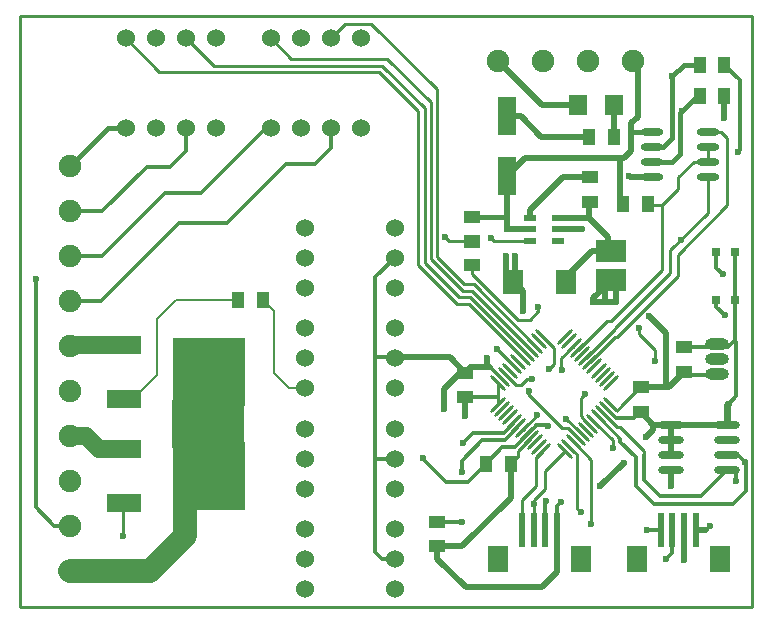
<source format=gtl>
%FSLAX25Y25*%
%MOIN*%
G70*
G01*
G75*
G04 Layer_Physical_Order=1*
G04 Layer_Color=255*
%ADD10R,0.07087X0.08268*%
%ADD11R,0.04331X0.05512*%
%ADD12R,0.10039X0.07677*%
%ADD13R,0.05512X0.04331*%
%ADD14R,0.04331X0.02362*%
%ADD15R,0.24410X0.22835*%
%ADD16R,0.11811X0.06299*%
G04:AMPARAMS|DCode=17|XSize=9.84mil|YSize=70.87mil|CornerRadius=0mil|HoleSize=0mil|Usage=FLASHONLY|Rotation=135.000|XOffset=0mil|YOffset=0mil|HoleType=Round|Shape=Round|*
%AMOVALD17*
21,1,0.06102,0.00984,0.00000,0.00000,225.0*
1,1,0.00984,0.02158,0.02158*
1,1,0.00984,-0.02158,-0.02158*
%
%ADD17OVALD17*%

G04:AMPARAMS|DCode=18|XSize=9.84mil|YSize=70.87mil|CornerRadius=0mil|HoleSize=0mil|Usage=FLASHONLY|Rotation=45.000|XOffset=0mil|YOffset=0mil|HoleType=Round|Shape=Round|*
%AMOVALD18*
21,1,0.06102,0.00984,0.00000,0.00000,135.0*
1,1,0.00984,0.02158,-0.02158*
1,1,0.00984,-0.02158,0.02158*
%
%ADD18OVALD18*%

%ADD19R,0.07087X0.09055*%
%ADD20R,0.02362X0.11811*%
%ADD21O,0.08661X0.02362*%
%ADD22R,0.02756X0.03150*%
%ADD23R,0.06000X0.07000*%
%ADD24R,0.06299X0.12598*%
%ADD25O,0.07480X0.02362*%
%ADD26C,0.00984*%
%ADD27C,0.01181*%
%ADD28C,0.01500*%
%ADD29C,0.01969*%
%ADD30C,0.01575*%
%ADD31C,0.07874*%
%ADD32C,0.00800*%
%ADD33C,0.05906*%
%ADD34C,0.03937*%
%ADD35C,0.01000*%
%ADD36C,0.07480*%
%ADD37C,0.06000*%
%ADD38O,0.07874X0.03937*%
%ADD39O,0.07874X0.03937*%
%ADD40C,0.02362*%
G36*
X74803Y53150D02*
X51181D01*
X50787Y52756D01*
Y68898D01*
X74803Y73228D01*
Y53150D01*
D02*
G37*
D10*
X182185Y108366D02*
D03*
X164469D02*
D03*
D11*
X234842Y180709D02*
D03*
X226575D02*
D03*
Y170079D02*
D03*
X234842D02*
D03*
X80905Y102362D02*
D03*
X72638D02*
D03*
X163583Y47638D02*
D03*
X155315D02*
D03*
X198031Y156496D02*
D03*
X189764D02*
D03*
X209350Y134154D02*
D03*
X201083D02*
D03*
D12*
X196949Y118602D02*
D03*
Y108760D02*
D03*
D13*
X189961Y143209D02*
D03*
Y134941D02*
D03*
X221457Y78248D02*
D03*
Y86516D02*
D03*
X139173Y28346D02*
D03*
Y20079D02*
D03*
X150787Y129921D02*
D03*
Y121654D02*
D03*
Y113780D02*
D03*
Y122047D02*
D03*
X148327Y69784D02*
D03*
Y78051D02*
D03*
X206890Y73228D02*
D03*
Y64961D02*
D03*
D14*
X170079Y129528D02*
D03*
Y125787D02*
D03*
Y122047D02*
D03*
X179528D02*
D03*
Y125787D02*
D03*
Y129528D02*
D03*
D15*
X62992Y43406D02*
D03*
X62992Y78248D02*
D03*
D16*
X34646Y34390D02*
D03*
Y52421D02*
D03*
Y69232D02*
D03*
Y87264D02*
D03*
D17*
X159219Y67247D02*
D03*
X160611Y65855D02*
D03*
X162003Y64463D02*
D03*
X163395Y63071D02*
D03*
X164787Y61679D02*
D03*
X166179Y60287D02*
D03*
X167571Y58895D02*
D03*
X168963Y57503D02*
D03*
X170355Y56112D02*
D03*
X171747Y54720D02*
D03*
X173139Y53328D02*
D03*
X174531Y51936D02*
D03*
X197080Y74485D02*
D03*
X195688Y75877D02*
D03*
X194296Y77269D02*
D03*
X192904Y78661D02*
D03*
X191512Y80053D02*
D03*
X190120Y81445D02*
D03*
X188728Y82837D02*
D03*
X187336Y84229D02*
D03*
X185944Y85621D02*
D03*
X184553Y87013D02*
D03*
X183161Y88405D02*
D03*
X181769Y89797D02*
D03*
D18*
Y51936D02*
D03*
X183161Y53328D02*
D03*
X184553Y54720D02*
D03*
X185944Y56112D02*
D03*
X187336Y57504D02*
D03*
X188728Y58895D02*
D03*
X190120Y60287D02*
D03*
X191512Y61679D02*
D03*
X192904Y63071D02*
D03*
X194296Y64463D02*
D03*
X195688Y65855D02*
D03*
X197080Y67247D02*
D03*
X174531Y89797D02*
D03*
X173139Y88405D02*
D03*
X171747Y87013D02*
D03*
X170355Y85621D02*
D03*
X168963Y84229D02*
D03*
X167571Y82837D02*
D03*
X166179Y81445D02*
D03*
X164787Y80053D02*
D03*
X163395Y78661D02*
D03*
X162003Y77269D02*
D03*
X160611Y75877D02*
D03*
X159219Y74485D02*
D03*
D19*
X159449Y15748D02*
D03*
X187008D02*
D03*
X205709D02*
D03*
X233268D02*
D03*
D20*
X179134Y25591D02*
D03*
X175197D02*
D03*
X171260D02*
D03*
X167323D02*
D03*
X225394D02*
D03*
X221457D02*
D03*
X217520D02*
D03*
X213583D02*
D03*
D21*
X235827Y45650D02*
D03*
Y50650D02*
D03*
Y55650D02*
D03*
Y60650D02*
D03*
X216929Y45650D02*
D03*
Y50650D02*
D03*
Y55650D02*
D03*
Y60650D02*
D03*
D22*
X238287Y102362D02*
D03*
X232185D02*
D03*
X238287Y118110D02*
D03*
X232185D02*
D03*
D23*
X185929Y167323D02*
D03*
X197929D02*
D03*
D24*
X162402Y163386D02*
D03*
Y143701D02*
D03*
D25*
X210827Y158288D02*
D03*
Y153287D02*
D03*
Y148287D02*
D03*
Y143288D02*
D03*
X229331Y158288D02*
D03*
Y153287D02*
D03*
Y148287D02*
D03*
Y143288D02*
D03*
D26*
X117126Y194291D02*
X138976Y172441D01*
X108504Y194291D02*
X117126D01*
X103661Y189449D02*
X108504Y194291D01*
X138976Y116535D02*
Y172441D01*
X137008Y115748D02*
Y168110D01*
X122441Y182677D02*
X137008Y168110D01*
X90433Y182677D02*
X122441D01*
X135039Y114567D02*
Y166142D01*
X120866Y180315D02*
X135039Y166142D01*
X64567Y180315D02*
X120866D01*
X132677Y113780D02*
Y165354D01*
X119685Y178347D02*
X132677Y165354D01*
X46535Y178347D02*
X119685D01*
X145669Y100787D02*
X149620D01*
X132677Y113780D02*
X145669Y100787D01*
X35433Y189449D02*
X46535Y178347D01*
X55433Y189449D02*
X64567Y180315D01*
X135039Y114567D02*
X146457Y103150D01*
X149921D01*
X83661Y189449D02*
X90433Y182677D01*
X137008Y115748D02*
X147638Y105118D01*
X150857D01*
X138976Y116535D02*
X148031Y107480D01*
X151279D01*
X172835Y98425D02*
Y100000D01*
X170079Y95669D02*
X172835Y98425D01*
X166142Y95669D02*
X170079D01*
X150787Y111024D02*
X166142Y95669D01*
X150787Y111024D02*
Y113780D01*
X142913Y122047D02*
X150787D01*
X141732Y123228D02*
X142913Y122047D01*
X34449Y23622D02*
X34449Y23622D01*
X34449Y23622D02*
Y34390D01*
X162003Y77269D02*
X165453Y73819D01*
X159055Y85728D02*
X159112D01*
X164787Y80053D01*
X186909Y69488D02*
X188386Y70965D01*
X186909Y63498D02*
Y69488D01*
Y63498D02*
X190120Y60287D01*
X177067Y79823D02*
X178150Y80906D01*
Y86178D01*
X174531Y89797D02*
X178150Y86178D01*
X180512Y79429D02*
Y82972D01*
X184553Y87013D01*
X150857Y105118D02*
X170355Y85621D01*
X151279Y107480D02*
X171747Y87013D01*
X149921Y103150D02*
X168612Y84458D01*
X149620Y100787D02*
X167571Y82837D01*
X156764Y79725D02*
X160611Y75877D01*
X148327Y78051D02*
X150000Y79725D01*
X180807Y59449D02*
X182607D01*
X185944Y56112D01*
X182185Y62655D02*
Y62795D01*
Y62655D02*
X187336Y57504D01*
X197539Y53051D02*
Y55652D01*
X191512Y61679D02*
X197539Y55652D01*
X190120Y81445D02*
X198439Y89764D01*
X216831Y118799D02*
X229331Y131299D01*
X188728Y82837D02*
X198411Y92520D01*
X185944Y85621D02*
X195599Y95276D01*
X185739Y32568D02*
X186909Y31398D01*
X190453Y27559D02*
Y48820D01*
X184553Y54720D02*
X190453Y48820D01*
X171260Y34252D02*
Y35433D01*
Y25591D02*
Y34252D01*
X159219Y69784D02*
Y74485D01*
Y67247D02*
Y69784D01*
X175197Y45364D02*
X181769Y51936D01*
X175197Y39370D02*
Y45364D01*
X171260Y35433D02*
X175197Y39370D01*
X167323Y25591D02*
Y35433D01*
X172047Y40157D01*
Y49452D01*
X174531Y51936D01*
X157185Y122835D02*
X157972Y122047D01*
X170079D01*
X195599Y95276D02*
X197146D01*
X214075Y112205D01*
X198411Y92520D02*
Y92900D01*
X216831Y111319D01*
Y118799D01*
X198439Y89764D02*
X198917D01*
X219291Y110138D01*
Y117323D01*
X206299Y90748D02*
Y92815D01*
Y90748D02*
X211614Y85433D01*
Y81988D02*
Y85433D01*
X163287Y108760D02*
X163681Y109154D01*
X169488Y70768D02*
X180807Y59449D01*
X165453Y73819D02*
X167028D01*
X169095Y75886D01*
X170768D01*
X169488Y70768D02*
X169783Y71063D01*
Y72047D01*
X183161Y53328D02*
X183188D01*
X185739Y50777D01*
Y32568D02*
Y50777D01*
X192904Y63071D02*
X200197Y55779D01*
Y55761D02*
Y55779D01*
X194296Y64463D02*
X198917Y59843D01*
X200197D01*
X208071Y51969D01*
Y50688D02*
Y51969D01*
X195688Y65855D02*
X198650Y62894D01*
X199311D01*
X197080Y67247D02*
X198874Y65453D01*
X199114D01*
X200908Y67247D01*
X167571Y58895D02*
X172455Y63780D01*
X168963Y57503D02*
X172089Y60630D01*
X160982Y57874D02*
X164787Y61679D01*
X161305Y55413D02*
X166179Y60287D01*
X164609Y53150D02*
X168963Y57503D01*
X166043Y51800D02*
X170355Y56112D01*
X166043Y50099D02*
Y51800D01*
X163583Y47638D02*
X166043Y50099D01*
X229331Y148287D02*
Y153287D01*
X224567Y148287D02*
X229331D01*
X219390Y143110D02*
X224567Y148287D01*
X229331Y131299D02*
Y143288D01*
X219291Y117323D02*
X235728Y133760D01*
Y156299D01*
X233740Y158288D02*
X235728Y156299D01*
X229331Y158288D02*
X233740D01*
X214075Y112205D02*
Y133957D01*
X219390Y139272D01*
Y143110D01*
X209547Y133957D02*
X214075D01*
X209350Y134154D02*
X209547Y133957D01*
D27*
X239370Y151575D02*
X240158Y152362D01*
Y175394D01*
X234842Y180709D02*
X240158Y175394D01*
X242126Y38386D02*
Y47835D01*
X237795Y34055D02*
X242126Y38386D01*
X211417Y34055D02*
X237795D01*
X239311Y50650D02*
X242126Y47835D01*
X235827Y50650D02*
X239311D01*
X238681Y41831D02*
Y44980D01*
X238012Y45650D02*
X238681Y44980D01*
X235827Y45650D02*
X238012D01*
X231693Y77087D02*
X232283Y77677D01*
X238287Y88760D02*
X238779Y88268D01*
Y70276D02*
Y88268D01*
X236221Y67717D02*
X238779Y70276D01*
X81890Y159449D02*
X83661D01*
X60236Y137795D02*
X81890Y159449D01*
X48228Y137795D02*
X60236D01*
X118504Y83071D02*
Y109803D01*
Y49213D02*
Y83071D01*
X124764D02*
X125000Y82835D01*
X118504Y83071D02*
X124764D01*
X118504Y18110D02*
Y49213D01*
X124843D02*
X125000Y49370D01*
X118504Y49213D02*
X124843D01*
X120709Y15906D02*
X125000D01*
X118504Y18110D02*
X120709Y15906D01*
X118504Y109803D02*
X125000Y116299D01*
X5217Y33071D02*
Y109055D01*
Y33071D02*
X11476Y26811D01*
X16732D01*
X103661Y152874D02*
Y159449D01*
X98425Y147638D02*
X103661Y152874D01*
X88583Y147638D02*
X98425D01*
X68898Y127953D02*
X88583Y147638D01*
X53150Y127953D02*
X68898D01*
X27008Y101811D02*
X53150Y127953D01*
X16732Y101811D02*
X27008D01*
X27244Y116811D02*
X48228Y137795D01*
X16732Y116811D02*
X27244D01*
X55433Y151890D02*
Y159449D01*
X50197Y146654D02*
X55433Y151890D01*
X42323Y146654D02*
X50197D01*
X27480Y131811D02*
X42323Y146654D01*
X16732Y131811D02*
X27480D01*
X175492Y60630D02*
X175886Y60236D01*
X172089Y60630D02*
X175492D01*
X139173Y28346D02*
X147244D01*
X134449Y49114D02*
Y49705D01*
Y49114D02*
X141929Y41634D01*
X149311D01*
X155315Y47638D01*
X236043Y86516D02*
X238287Y88760D01*
Y102362D01*
X222618Y77087D02*
X231693D01*
X221457Y78248D02*
X222618Y77087D01*
X221457Y86516D02*
X236043D01*
X215354Y15748D02*
X217520Y17913D01*
Y25591D01*
X209154Y25689D02*
X209252Y25591D01*
X213583D01*
X228740D02*
X229921Y26772D01*
X200197Y54921D02*
Y55761D01*
Y54921D02*
X205315Y49803D01*
Y40157D02*
Y49803D01*
Y40157D02*
X211417Y34055D01*
X208120Y42274D02*
X213484Y36909D01*
X227087D01*
X200908Y67247D02*
X206890Y73228D01*
X204823Y62894D02*
X206890Y64961D01*
X199311Y62894D02*
X204823D01*
X227087Y36909D02*
X235827Y45650D01*
X175197Y35138D02*
X175394Y35335D01*
X175197Y25591D02*
Y35138D01*
X179134Y33563D02*
X180315Y34744D01*
X148327Y69784D02*
X159219D01*
X232185Y100000D02*
X235039Y97146D01*
X232185Y100000D02*
Y102362D01*
Y112894D02*
X234252Y110827D01*
X232185Y112894D02*
Y118110D01*
X238287Y102362D02*
X238287Y102362D01*
X238287Y102362D02*
Y118110D01*
X154134Y55413D02*
X161305D01*
X147244Y48524D02*
X154134Y55413D01*
X153839Y55118D02*
X154134Y55413D01*
X160827Y53150D02*
X164609D01*
X155315Y47638D02*
X160827Y53150D01*
X172455Y63780D02*
Y63864D01*
X147244Y44882D02*
Y48524D01*
X147638Y54626D02*
X150886Y57874D01*
X160982D01*
X163583Y47638D02*
Y49340D01*
X216929Y40157D02*
X216929Y40157D01*
X236221Y61043D02*
Y67717D01*
X235827Y60650D02*
X236221Y61043D01*
X179134Y25591D02*
Y33563D01*
X208071Y42224D02*
Y50688D01*
D28*
X220079Y164567D02*
X227165Y171654D01*
X221260Y180709D02*
X226575D01*
X217323Y176772D02*
X221260Y180709D01*
X217323Y156201D02*
Y176772D01*
X214409Y153287D02*
X217323Y156201D01*
X210827Y153287D02*
X214409D01*
X217480Y148287D02*
X220079Y150886D01*
X210827Y148287D02*
X217480D01*
X220079Y150886D02*
Y164567D01*
D29*
X203740Y158268D02*
Y158661D01*
Y151969D02*
Y158268D01*
X234646Y162992D02*
X234842Y163189D01*
Y170079D01*
X159449Y181890D02*
X174016Y167323D01*
X185929D01*
X162402Y125787D02*
X170079D01*
X124764Y83071D02*
X143307D01*
X148327Y78051D01*
X216437Y73228D02*
X221457Y78248D01*
X201279Y149508D02*
X203740Y151969D01*
X162402Y143701D02*
X168209Y149508D01*
X206890Y64961D02*
X211201Y60650D01*
X216929D01*
X163681Y109154D02*
X164469Y108366D01*
X161909Y110925D02*
X163681Y109154D01*
X221457Y15846D02*
Y25591D01*
X225394D02*
X228740D01*
X216929Y40157D02*
Y45650D01*
Y60650D02*
X235827D01*
X162402Y125787D02*
Y143701D01*
X190945Y102756D02*
X194882Y106693D01*
X190945Y101575D02*
Y102756D01*
X194882Y106693D02*
X196949Y108760D01*
X194882Y101575D02*
Y106693D01*
X196949Y108760D02*
X198819Y106890D01*
Y101575D02*
Y106890D01*
X194882Y101575D02*
X198819D01*
X190945D02*
X194882D01*
X181791Y156496D02*
X189764D01*
X173819D02*
X181791D01*
X161909Y110925D02*
Y117028D01*
X164469Y108366D02*
X164961Y108858D01*
Y117028D01*
X196063Y118504D02*
Y123130D01*
X190847Y118504D02*
X196063D01*
X182185Y109843D02*
X190847Y118504D01*
X182185Y108366D02*
Y109843D01*
X170079Y129528D02*
Y132185D01*
X181102Y143209D01*
X189961D01*
X189665Y134646D02*
X189961Y134941D01*
X189665Y129528D02*
Y134646D01*
X179528Y129528D02*
X189665D01*
X196063Y123130D01*
X162402Y163386D02*
X166929D01*
X173819Y156496D01*
X197929Y156598D02*
X198031Y156496D01*
X197929Y156598D02*
Y167323D01*
X162402Y125787D02*
X162402Y125787D01*
X184547Y125787D02*
X187500D01*
X179528Y125787D02*
X184547Y125787D01*
X139173Y15945D02*
Y20079D01*
Y15945D02*
X148721Y6398D01*
X174114D01*
X179134Y11417D01*
Y25591D01*
X216929Y50650D02*
Y55650D01*
Y60650D01*
X235827D02*
Y67323D01*
X236221Y67717D01*
X211201Y59035D02*
Y60650D01*
X208858Y56693D02*
X211201Y59035D01*
X209842Y96752D02*
X215256Y91339D01*
Y73228D02*
Y91339D01*
X206890Y73228D02*
X215256D01*
X216437D01*
X164469Y108366D02*
X167618Y105217D01*
Y98524D02*
Y105217D01*
X155610Y79725D02*
Y82677D01*
X155807Y82874D01*
X150000Y79725D02*
X155610D01*
X156764D01*
X147343Y20079D02*
X163583Y36319D01*
X139173Y20079D02*
X147343D01*
X148327Y63386D02*
Y69784D01*
X163583Y36319D02*
Y41535D01*
Y47638D01*
X146752Y78051D02*
X148327D01*
X141240Y72539D02*
X146752Y78051D01*
X141240Y65945D02*
Y72539D01*
X193504Y40256D02*
X201279Y48031D01*
X201378D01*
X205906Y163287D02*
Y181102D01*
X203740Y161122D02*
X205906Y163287D01*
X203740Y158661D02*
Y161122D01*
X203366Y143288D02*
X210827D01*
X203150Y143504D02*
X203366Y143288D01*
X200000Y135236D02*
X201083Y134154D01*
X200000Y135236D02*
Y149409D01*
X200098Y149508D01*
X168209D02*
X200098D01*
X201279D01*
D30*
X203740Y158661D02*
X204114Y158288D01*
X162402Y125787D02*
Y129725D01*
X162205Y129921D02*
X162402Y129725D01*
X150787Y129921D02*
X162205D01*
X162402Y125787D02*
X162402Y125787D01*
X29370Y159449D02*
X35433D01*
X16732Y146811D02*
X29370Y159449D01*
X204114Y158288D02*
X210827D01*
D31*
X55118Y23622D02*
Y70374D01*
X62992Y78248D01*
X43307Y11811D02*
X55118Y23622D01*
X16732Y11811D02*
X43307D01*
X62992Y78248D02*
X64567Y76673D01*
D32*
X34646Y69232D02*
X37736D01*
X45669Y77165D01*
Y95866D01*
X52165Y102362D01*
X72638D01*
X80905D02*
X84646Y98622D01*
Y77756D02*
Y98622D01*
Y77756D02*
X89567Y72835D01*
X95000D01*
D33*
X16732Y86811D02*
X17185Y87264D01*
X34646D01*
X16732Y56811D02*
X21929D01*
X26319Y52421D01*
X34449D01*
D34*
X16732Y86811D02*
X18504D01*
D35*
X0Y0D02*
Y196850D01*
X244094D01*
Y0D02*
Y196850D01*
X0Y0D02*
X244094D01*
D36*
X16732Y131811D02*
D03*
Y146811D02*
D03*
Y116811D02*
D03*
Y101811D02*
D03*
Y86811D02*
D03*
Y71811D02*
D03*
Y56811D02*
D03*
Y41811D02*
D03*
Y26811D02*
D03*
Y11811D02*
D03*
X204449Y181890D02*
D03*
X189449D02*
D03*
X174449D02*
D03*
X159449D02*
D03*
D37*
X83661Y159449D02*
D03*
X93661D02*
D03*
X103661D02*
D03*
X113661D02*
D03*
Y189449D02*
D03*
X103661D02*
D03*
X93661D02*
D03*
X83661D02*
D03*
X95000Y5906D02*
D03*
X95000Y15906D02*
D03*
Y25906D02*
D03*
X125000D02*
D03*
X125000Y15906D02*
D03*
Y5906D02*
D03*
X95000Y39370D02*
D03*
Y49370D02*
D03*
X95000Y59370D02*
D03*
X125000Y59370D02*
D03*
Y49370D02*
D03*
X125000Y39370D02*
D03*
X95000Y106299D02*
D03*
Y116299D02*
D03*
Y126299D02*
D03*
X125000Y126299D02*
D03*
X125000Y116299D02*
D03*
Y106299D02*
D03*
X95000Y72835D02*
D03*
Y82835D02*
D03*
X95000Y92835D02*
D03*
X125000Y92835D02*
D03*
X125000Y82835D02*
D03*
Y72835D02*
D03*
X35433Y159449D02*
D03*
X45433D02*
D03*
X55433D02*
D03*
X65433D02*
D03*
Y189449D02*
D03*
X55433D02*
D03*
X45433D02*
D03*
X35433D02*
D03*
D38*
X232283Y77677D02*
D03*
Y82677D02*
D03*
D39*
Y87677D02*
D03*
D40*
X239370Y151575D02*
D03*
X220866Y165354D02*
D03*
X217323Y176772D02*
D03*
X234646Y162992D02*
D03*
X241732Y48130D02*
D03*
X172835Y100000D02*
D03*
X141732Y123228D02*
D03*
X72835Y62992D02*
D03*
Y59055D02*
D03*
X68898Y62992D02*
D03*
Y59055D02*
D03*
X64961Y62992D02*
D03*
Y59055D02*
D03*
X61024Y62992D02*
D03*
Y59055D02*
D03*
X5217Y109055D02*
D03*
X34449Y23622D02*
D03*
X57087Y59055D02*
D03*
X53150D02*
D03*
X57087Y62992D02*
D03*
X53150D02*
D03*
X175886Y60236D02*
D03*
X147244Y28346D02*
D03*
X170768Y75886D02*
D03*
X159112Y85728D02*
D03*
X188386Y70965D02*
D03*
X180709Y78839D02*
D03*
X176279Y79331D02*
D03*
X134449Y49705D02*
D03*
X197638Y52756D02*
D03*
X182185Y62655D02*
D03*
X186909Y31398D02*
D03*
X190453Y27559D02*
D03*
X209154Y25689D02*
D03*
X215354Y15748D02*
D03*
X221358Y15551D02*
D03*
X229921Y26772D02*
D03*
X175394Y35335D02*
D03*
X180315Y34744D02*
D03*
X171260Y34252D02*
D03*
X235039Y97146D02*
D03*
X234252Y110827D02*
D03*
X172455Y63864D02*
D03*
X147244Y44882D02*
D03*
X147638Y54626D02*
D03*
X238681Y41831D02*
D03*
X216929Y40157D02*
D03*
X236221Y67717D02*
D03*
X198819Y101575D02*
D03*
X194882D02*
D03*
X190945D02*
D03*
X157185Y122835D02*
D03*
X181791Y156496D02*
D03*
X161909Y117028D02*
D03*
X164961D02*
D03*
X183661Y143209D02*
D03*
X165650Y125886D02*
D03*
X162402Y125787D02*
D03*
X187500D02*
D03*
X184547D02*
D03*
X215256Y73130D02*
D03*
X208858Y56693D02*
D03*
X206299Y92815D02*
D03*
X211614Y81988D02*
D03*
X209842Y96752D02*
D03*
X167618Y98524D02*
D03*
X155807Y82874D02*
D03*
X148327Y63386D02*
D03*
X163583Y41535D02*
D03*
X141240Y65945D02*
D03*
X169783Y72047D02*
D03*
X193504Y40256D02*
D03*
X201378Y48031D02*
D03*
X203740Y158268D02*
D03*
X203150Y143504D02*
D03*
X220374Y122343D02*
D03*
M02*

</source>
